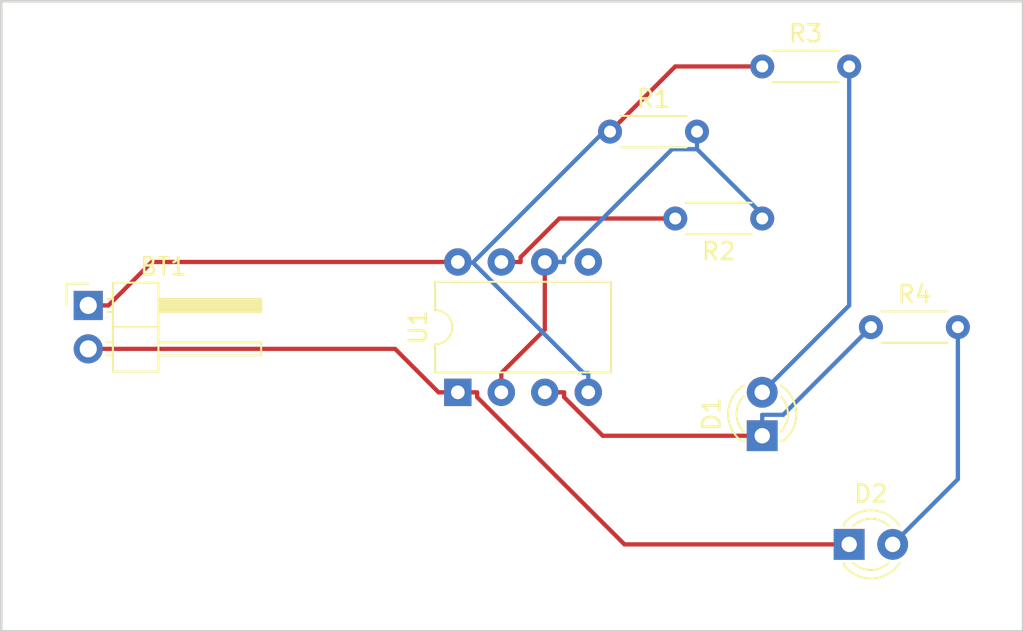
<source format=kicad_pcb>
(kicad_pcb (version 20211014) (generator pcbnew)
  (title_block (title "555 Blinker") (date "2023-01-11") (rev "1.0"))
  (layers (0 "F.Cu" signal) (31 "B.Cu" signal) (34 "B.Paste" user) (35 "F.Paste" user) (36 "B.SilkS" user "B.Silkscreen") (37 "F.SilkS" user "F.Silkscreen") (38 "B.Mask" user) (39 "F.Mask" user) (44 "Edge.Cuts" user))
  (net 0 "")
  (net 1 "VCC")
  (net 2 "GND")
  (net 3 "Net-(R1-Pad2)")
  (net 4 "Net-(R2-Pad2)")
  (net 5 "Net-(D1-Pad2)")
  (net 6 "Net-(D2-Pad2)")
  (net 7 "Net-(D1-Pad1)")
  (net 8 "Net-(U1-Pad5)")
  (footprint "Resistor_THT:R_Axial_DIN0204_L3.6mm_D1.6mm_P5.08mm_Horizontal" (layer "F.Cu") (at 134.62 41.91)
    (fp_text reference "R1" (at 2.54 -1.92) (layer "F.SilkS"))
    (fp_text value "100K")
    (fp_line (start 0.62 0.92) (end 4.46 0.92) (layer "F.SilkS") (width 0.12))
    (fp_line (start 0.62 -0.92) (end 4.46 -0.92) (layer "F.SilkS") (width 0.12))
    (pad "1" thru_hole circle locked (at 0 0) (size 1.4 1.4) (drill 0.7) (layers *.Cu *.Mask) (net 1 "VCC"))
    (pad "2" thru_hole oval locked (at 5.08 0) (size 1.4 1.4) (drill 0.7) (layers *.Cu *.Mask) (net 3 "Net-(R1-Pad2)"))
  )
  (footprint "Resistor_THT:R_Axial_DIN0204_L3.6mm_D1.6mm_P5.08mm_Horizontal" (layer "F.Cu") (at 143.51 46.99 180)
    (fp_text reference "R2" (at 2.54 -1.92 180) (layer "F.SilkS"))
    (fp_text value "100K")
    (fp_line (start 0.62 0.92) (end 4.46 0.92) (layer "F.SilkS") (width 0.12))
    (fp_line (start 0.62 -0.92) (end 4.46 -0.92) (layer "F.SilkS") (width 0.12))
    (pad "1" thru_hole circle locked (at 0 0 180) (size 1.4 1.4) (drill 0.7) (layers *.Cu *.Mask) (net 3 "Net-(R1-Pad2)"))
    (pad "2" thru_hole oval locked (at 5.08 0 180) (size 1.4 1.4) (drill 0.7) (layers *.Cu *.Mask) (net 4 "Net-(R2-Pad2)"))
  )
  (footprint "Resistor_THT:R_Axial_DIN0204_L3.6mm_D1.6mm_P5.08mm_Horizontal" (layer "F.Cu") (at 149.86 53.34)
    (fp_text reference "R4" (at 2.54 -1.92) (layer "F.SilkS"))
    (fp_text value "330")
    (fp_line (start 0.62 0.92) (end 4.46 0.92) (layer "F.SilkS") (width 0.12))
    (fp_line (start 0.62 -0.92) (end 4.46 -0.92) (layer "F.SilkS") (width 0.12))
    (pad "1" thru_hole circle locked (at 0 0) (size 1.4 1.4) (drill 0.7) (layers *.Cu *.Mask) (net 7 "Net-(D1-Pad1)"))
    (pad "2" thru_hole oval locked (at 5.08 0) (size 1.4 1.4) (drill 0.7) (layers *.Cu *.Mask) (net 6 "Net-(D2-Pad2)"))
  )
  (footprint "Package_DIP:DIP-8_W7.62mm" (layer "F.Cu") (at 125.73 57.15 90)
    (fp_text reference "U1" (at 3.81 -2.33 90) (layer "F.SilkS"))
    (fp_text value "LM555")
    (fp_line (start 1.16 -1.33) (end 1.16 8.95) (layer "F.SilkS") (width 0.12))
    (fp_line (start 6.46 8.95) (end 6.46 -1.33) (layer "F.SilkS") (width 0.12))
    (fp_line (start 1.16 8.95) (end 6.46 8.95) (layer "F.SilkS") (width 0.12))
    (fp_line (start 2.81 -1.33) (end 1.16 -1.33) (layer "F.SilkS") (width 0.12))
    (fp_line (start 6.46 -1.33) (end 4.81 -1.33) (layer "F.SilkS") (width 0.12))
    (fp_arc (start 4.81 -1.33) (mid 3.81 -0.33) (end 2.81 -1.33) (layer "F.SilkS") (width 0.12))
    (pad "1" thru_hole rect locked (at 0 0 90) (size 1.6 1.6) (drill 0.8) (layers *.Cu *.Mask) (net 2 "GND"))
    (pad "2" thru_hole oval locked (at 0 2.54 90) (size 1.6 1.6) (drill 0.8) (layers *.Cu *.Mask) (net 3 "Net-(R1-Pad2)"))
    (pad "3" thru_hole oval locked (at 0 5.08 90) (size 1.6 1.6) (drill 0.8) (layers *.Cu *.Mask) (net 7 "Net-(D1-Pad1)"))
    (pad "4" thru_hole oval locked (at 0 7.62 90) (size 1.6 1.6) (drill 0.8) (layers *.Cu *.Mask) (net 1 "VCC"))
    (pad "5" thru_hole oval locked (at 7.62 7.62 90) (size 1.6 1.6) (drill 0.8) (layers *.Cu *.Mask) (net 8 "Net-(U1-Pad5)"))
    (pad "6" thru_hole oval locked (at 7.62 5.08 90) (size 1.6 1.6) (drill 0.8) (layers *.Cu *.Mask) (net 3 "Net-(R1-Pad2)"))
    (pad "7" thru_hole oval locked (at 7.62 2.54 90) (size 1.6 1.6) (drill 0.8) (layers *.Cu *.Mask) (net 4 "Net-(R2-Pad2)"))
    (pad "8" thru_hole oval locked (at 7.62 0 90) (size 1.6 1.6) (drill 0.8) (layers *.Cu *.Mask) (net 1 "VCC"))
  )
  (footprint "LED_THT:LED_D3.0mm" (layer "F.Cu") (at 143.51 59.69 90)
    (fp_text reference "D1" (at 1.27 -2.96 90) (layer "F.SilkS"))
    (fp_text value "LED")
    (fp_line (start -0.29 -1.236) (end -0.29 -1.08) (layer "F.SilkS") (width 0.12))
    (fp_line (start -0.29 1.08) (end -0.29 1.236) (layer "F.SilkS") (width 0.12))
    (fp_arc (start -0.29 -1.235516) (mid 1.366487 -1.987659) (end 2.942335 -1.078608) (layer "F.SilkS") (width 0.12))
    (fp_arc (start 2.942335 1.078608) (mid 1.366487 1.987659) (end -0.29 1.235516) (layer "F.SilkS") (width 0.12))
    (fp_arc (start 0.229039 -1.08) (mid 1.270117 -1.5) (end 2.31113 -1.079837) (layer "F.SilkS") (width 0.12))
    (fp_arc (start 2.31113 1.079837) (mid 1.270117 1.5) (end 0.229039 1.08) (layer "F.SilkS") (width 0.12))
    (pad "1" thru_hole rect locked (at 0 0 90) (size 1.8 1.8) (drill 0.9) (layers *.Cu *.Mask) (net 7 "Net-(D1-Pad1)"))
    (pad "2" thru_hole circle locked (at 2.54 0 90) (size 1.8 1.8) (drill 0.9) (layers *.Cu *.Mask) (net 5 "Net-(D1-Pad2)"))
  )
  (footprint "LED_THT:LED_D3.0mm" (layer "F.Cu") (at 148.59 66.04)
    (fp_text reference "D2" (at 1.27 -2.96) (layer "F.SilkS"))
    (fp_text value "LED")
    (fp_line (start -0.29 1.08) (end -0.29 1.236) (layer "F.SilkS") (width 0.12))
    (fp_line (start -0.29 -1.236) (end -0.29 -1.08) (layer "F.SilkS") (width 0.12))
    (fp_arc (start 0.229039 -1.08) (mid 1.270117 -1.5) (end 2.31113 -1.079837) (layer "F.SilkS") (width 0.12))
    (fp_arc (start -0.29 -1.235516) (mid 1.366487 -1.987659) (end 2.942335 -1.078608) (layer "F.SilkS") (width 0.12))
    (fp_arc (start 2.942335 1.078608) (mid 1.366487 1.987659) (end -0.29 1.235516) (layer "F.SilkS") (width 0.12))
    (fp_arc (start 2.31113 1.079837) (mid 1.270117 1.5) (end 0.229039 1.08) (layer "F.SilkS") (width 0.12))
    (pad "1" thru_hole rect locked (at 0 0) (size 1.8 1.8) (drill 0.9) (layers *.Cu *.Mask) (net 2 "GND"))
    (pad "2" thru_hole circle locked (at 2.54 0) (size 1.8 1.8) (drill 0.9) (layers *.Cu *.Mask) (net 6 "Net-(D2-Pad2)"))
  )
  (footprint "Resistor_THT:R_Axial_DIN0204_L3.6mm_D1.6mm_P5.08mm_Horizontal" (layer "F.Cu") (at 143.51 38.1)
    (fp_text reference "R3" (at 2.54 -1.92) (layer "F.SilkS"))
    (fp_text value "330")
    (fp_line (start 0.62 -0.92) (end 4.46 -0.92) (layer "F.SilkS") (width 0.12))
    (fp_line (start 0.62 0.92) (end 4.46 0.92) (layer "F.SilkS") (width 0.12))
    (pad "1" thru_hole circle locked (at 0 0) (size 1.4 1.4) (drill 0.7) (layers *.Cu *.Mask) (net 1 "VCC"))
    (pad "2" thru_hole oval locked (at 5.08 0) (size 1.4 1.4) (drill 0.7) (layers *.Cu *.Mask) (net 5 "Net-(D1-Pad2)"))
  )
  (footprint "Connector_PinHeader_2.54mm:PinHeader_1x02_P2.54mm_Horizontal" (layer "F.Cu") (at 104.14 52.07)
    (fp_text reference "BT1" (at 4.385 -2.27) (layer "F.SilkS"))
    (fp_text value "Battery_Cell")
    (fp_line (start 4.1 -0.38) (end 10.1 -0.38) (layer "F.SilkS") (width 0.12))
    (fp_line (start 1.11 -0.38) (end 1.44 -0.38) (layer "F.SilkS") (width 0.12))
    (fp_line (start 4.1 3.87) (end 4.1 -1.33) (layer "F.SilkS") (width 0.12))
    (fp_line (start 4.1 -0.2) (end 10.1 -0.2) (layer "F.SilkS") (width 0.12))
    (fp_line (start 1.042929 2.16) (end 1.44 2.16) (layer "F.SilkS") (width 0.12))
    (fp_line (start 4.1 0.16) (end 10.1 0.16) (layer "F.SilkS") (width 0.12))
    (fp_line (start 4.1 -0.08) (end 10.1 -0.08) (layer "F.SilkS") (width 0.12))
    (fp_line (start 4.1 2.16) (end 10.1 2.16) (layer "F.SilkS") (width 0.12))
    (fp_line (start 4.1 0.04) (end 10.1 0.04) (layer "F.SilkS") (width 0.12))
    (fp_line (start -1.27 0) (end -1.27 -1.27) (layer "F.SilkS") (width 0.12))
    (fp_line (start 1.042929 2.92) (end 1.44 2.92) (layer "F.SilkS") (width 0.12))
    (fp_line (start 1.44 3.87) (end 4.1 3.87) (layer "F.SilkS") (width 0.12))
    (fp_line (start 10.1 -0.38) (end 10.1 0.38) (layer "F.SilkS") (width 0.12))
    (fp_line (start 10.1 2.92) (end 4.1 2.92) (layer "F.SilkS") (width 0.12))
    (fp_line (start -1.27 -1.27) (end 0 -1.27) (layer "F.SilkS") (width 0.12))
    (fp_line (start 10.1 2.16) (end 10.1 2.92) (layer "F.SilkS") (width 0.12))
    (fp_line (start 4.1 0.28) (end 10.1 0.28) (layer "F.SilkS") (width 0.12))
    (fp_line (start 1.11 0.38) (end 1.44 0.38) (layer "F.SilkS") (width 0.12))
    (fp_line (start 1.44 1.27) (end 4.1 1.27) (layer "F.SilkS") (width 0.12))
    (fp_line (start 1.44 -1.33) (end 1.44 3.87) (layer "F.SilkS") (width 0.12))
    (fp_line (start 10.1 0.38) (end 4.1 0.38) (layer "F.SilkS") (width 0.12))
    (fp_line (start 4.1 -1.33) (end 1.44 -1.33) (layer "F.SilkS") (width 0.12))
    (fp_line (start 4.1 -0.32) (end 10.1 -0.32) (layer "F.SilkS") (width 0.12))
    (pad "1" thru_hole rect locked (at 0 0) (size 1.7 1.7) (drill 1) (layers *.Cu *.Mask) (net 1 "VCC"))
    (pad "2" thru_hole oval locked (at 0 2.54) (size 1.7 1.7) (drill 1) (layers *.Cu *.Mask) (net 2 "GND"))
  )
  (gr_line (start 158.75 34.29) (end 158.75 71.12) (layer "Edge.Cuts") (width 0.15))
  (gr_line (start 99.06 34.29) (end 158.75 34.29) (layer "Edge.Cuts") (width 0.15))
  (gr_line (start 158.75 71.12) (end 99.06 71.12) (layer "Edge.Cuts") (width 0.15))
  (gr_line (start 99.06 71.12) (end 99.06 34.29) (layer "Edge.Cuts") (width 0.15))
  (segment (start 107.8553 49.53) (end 125.73 49.53) (width 0.25) (layer "F.Cu") (net 1))
  (segment (start 104.14 52.07) (end 105.3153 52.07) (width 0.25) (layer "F.Cu") (net 1))
  (segment (start 138.43 38.1) (end 134.62 41.91) (width 0.25) (layer "F.Cu") (net 1))
  (segment (start 105.3153 52.07) (end 107.8553 49.53) (width 0.25) (layer "F.Cu") (net 1))
  (segment (start 143.51 38.1) (end 138.43 38.1) (width 0.25) (layer "F.Cu") (net 1))
  (segment (start 133.35 57.15) (end 133.35 56.0247) (width 0.25) (layer "B.Cu") (net 1))
  (segment (start 126.3282 49.5655) (end 126.6094 49.5655) (width 0.25) (layer "B.Cu") (net 1))
  (segment (start 133.0687 56.0247) (end 133.35 56.0247) (width 0.25) (layer "B.Cu") (net 1))
  (segment (start 126.6094 49.5655) (end 126.6095 49.5654) (width 0.25) (layer "B.Cu") (net 1))
  (segment (start 126.6095 49.5654) (end 134.2649 41.91) (width 0.25) (layer "B.Cu") (net 1))
  (segment (start 125.73 49.53) (end 126.2927 49.53) (width 0.25) (layer "B.Cu") (net 1))
  (segment (start 126.6095 49.5654) (end 133.0687 56.0247) (width 0.25) (layer "B.Cu") (net 1))
  (segment (start 134.2649 41.91) (end 134.62 41.91) (width 0.25) (layer "B.Cu") (net 1))
  (segment (start 126.2927 49.53) (end 126.3282 49.5655) (width 0.25) (layer "B.Cu") (net 1))
  (segment (start 125.73 57.15) (end 124.6047 57.15) (width 0.25) (layer "F.Cu") (net 2))
  (segment (start 135.464 66.04) (end 126.8553 57.4313) (width 0.25) (layer "F.Cu") (net 2))
  (segment (start 126.8553 57.4313) (end 126.8553 57.15) (width 0.25) (layer "F.Cu") (net 2))
  (segment (start 104.14 54.61) (end 122.0647 54.61) (width 0.25) (layer "F.Cu") (net 2))
  (segment (start 125.73 57.15) (end 126.8553 57.15) (width 0.25) (layer "F.Cu") (net 2))
  (segment (start 122.0647 54.61) (end 124.6047 57.15) (width 0.25) (layer "F.Cu") (net 2))
  (segment (start 148.59 66.04) (end 135.464 66.04) (width 0.25) (layer "F.Cu") (net 2))
  (segment (start 130.81 53.4847) (end 130.81 49.53) (width 0.25) (layer "F.Cu") (net 3))
  (segment (start 128.27 56.0247) (end 130.81 53.4847) (width 0.25) (layer "F.Cu") (net 3))
  (segment (start 128.27 57.15) (end 128.27 56.0247) (width 0.25) (layer "F.Cu") (net 3))
  (segment (start 130.81 49.53) (end 131.9353 49.53) (width 0.25) (layer "B.Cu") (net 3))
  (segment (start 138.2487 42.9353) (end 139.7 42.9353) (width 0.25) (layer "B.Cu") (net 3))
  (segment (start 143.51 46.7453) (end 139.7 42.9353) (width 0.25) (layer "B.Cu") (net 3))
  (segment (start 139.7 41.91) (end 139.7 42.9353) (width 0.25) (layer "B.Cu") (net 3))
  (segment (start 143.51 46.99) (end 143.51 46.7453) (width 0.25) (layer "B.Cu") (net 3))
  (segment (start 131.9353 49.53) (end 131.9353 49.2487) (width 0.25) (layer "B.Cu") (net 3))
  (segment (start 131.9353 49.2487) (end 138.2487 42.9353) (width 0.25) (layer "B.Cu") (net 3))
  (segment (start 129.3953 49.53) (end 129.3953 49.2487) (width 0.25) (layer "F.Cu") (net 4))
  (segment (start 129.3953 49.2487) (end 131.654 46.99) (width 0.25) (layer "F.Cu") (net 4))
  (segment (start 128.27 49.53) (end 129.3953 49.53) (width 0.25) (layer "F.Cu") (net 4))
  (segment (start 131.654 46.99) (end 138.43 46.99) (width 0.25) (layer "F.Cu") (net 4))
  (segment (start 148.59 52.07) (end 143.51 57.15) (width 0.25) (layer "B.Cu") (net 5))
  (segment (start 148.59 38.1) (end 148.59 52.07) (width 0.25) (layer "B.Cu") (net 5))
  (segment (start 154.94 62.23) (end 154.94 53.34) (width 0.25) (layer "B.Cu") (net 6))
  (segment (start 151.13 66.04) (end 154.94 62.23) (width 0.25) (layer "B.Cu") (net 6))
  (segment (start 131.9353 57.4313) (end 134.194 59.69) (width 0.25) (layer "F.Cu") (net 7))
  (segment (start 130.81 57.15) (end 131.9353 57.15) (width 0.25) (layer "F.Cu") (net 7))
  (segment (start 134.194 59.69) (end 143.51 59.69) (width 0.25) (layer "F.Cu") (net 7))
  (segment (start 131.9353 57.15) (end 131.9353 57.4313) (width 0.25) (layer "F.Cu") (net 7))
  (segment (start 143.51 58.4647) (end 144.7353 58.4647) (width 0.25) (layer "B.Cu") (net 7))
  (segment (start 143.51 59.69) (end 143.51 58.4647) (width 0.25) (layer "B.Cu") (net 7))
  (segment (start 144.7353 58.4647) (end 149.86 53.34) (width 0.25) (layer "B.Cu") (net 7))
)
</source>
